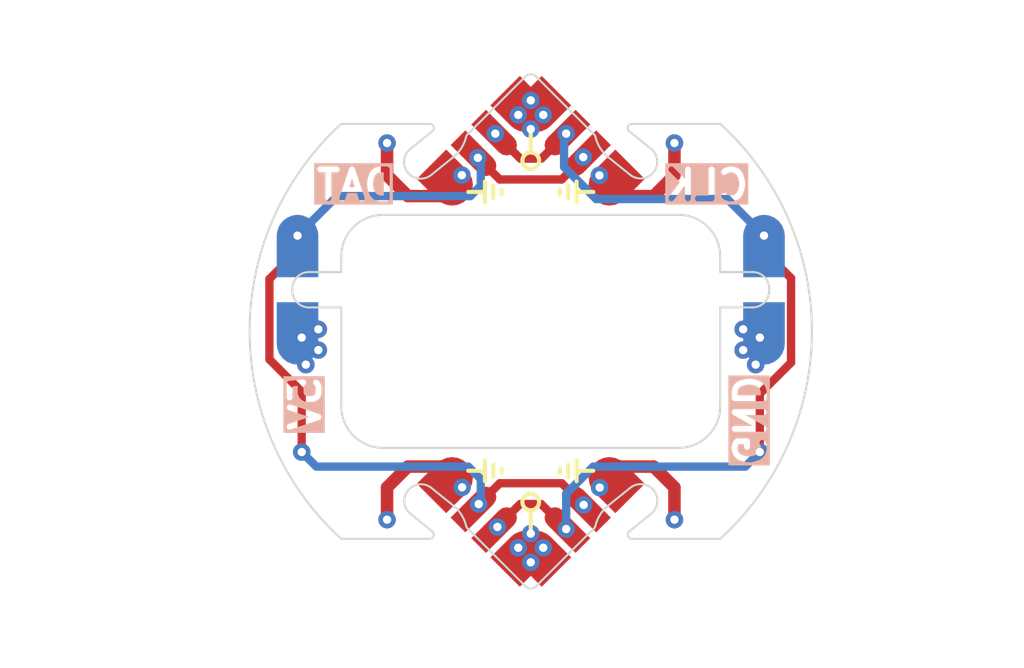
<source format=kicad_pcb>
(kicad_pcb (version 20241229) (generator "pcbnew") (generator_version "9.0")
  (layers (0 "F.Cu" signal) (4 "In1.Cu" signal) (6 "In2.Cu" signal) (2 "B.Cu" signal) (13 "F.Paste" user) (15 "B.Paste" user) (5 "F.SilkS" user "F.Silkscreen") (7 "B.SilkS" user "B.Silkscreen") (1 "F.Mask" user) (3 "B.Mask" user) (25 "Edge.Cuts" user))
  (net 0 "")
  (net 1 "+5V")
  (net 2 "/LED_CLK")
  (net 3 "/LED_DAT")
  (net 4 "GND")
  (footprint "custom:quad_b2b_pad" (layer "F.Cu") (at 150.5 94.7 -45)
    (property "Reference" "J5" (hide yes))
    (property "Value" "LED1")
    (pad "1" smd roundrect (at -1.249999 -0.7 45) (size 1.2 1) (drill (offset -0.1 0)) (layers "F.Cu" "F.Mask" "F.Paste") (roundrect_rratio 0.5) (chamfer_ratio 0) (chamfer top_left bottom_left) (net 4 "GND"))
    (pad "2" smd roundrect (at -0.35 -0.7 45) (size 1.2 0.5) (drill (offset -0.1 0)) (layers "F.Cu" "F.Mask" "F.Paste") (roundrect_rratio 0.5) (chamfer_ratio 0) (chamfer top_left bottom_left) (net 3 "/LED_DAT"))
    (pad "3" smd roundrect (at 0.349999 -0.7 45) (size 1.2 0.5) (drill (offset -0.1 0)) (layers "F.Cu" "F.Mask" "F.Paste") (roundrect_rratio 0.5) (chamfer_ratio 0) (chamfer top_left bottom_left) (net 2 "/LED_CLK"))
    (pad "4" smd roundrect (at 1.25 -0.700001 45) (size 1.2 1) (drill (offset -0.1 0)) (layers "F.Cu" "F.Mask" "F.Paste") (roundrect_rratio 0.5) (chamfer_ratio 0) (chamfer top_left bottom_left) (net 1 "+5V"))
  )
  (footprint "custom:quad_b2b_pad" (layer "F.Cu") (at 153.5 84.9 135)
    (property "Reference" "J7" (hide yes))
    (property "Value" "LED3")
    (pad "1" smd roundrect (at -1.249999 -0.7 225) (size 1.2 1) (drill (offset -0.1 0)) (layers "F.Cu" "F.Mask" "F.Paste") (roundrect_rratio 0.5) (chamfer_ratio 0) (chamfer top_left bottom_left) (net 4 "GND"))
    (pad "2" smd roundrect (at -0.35 -0.7 225) (size 1.2 0.5) (drill (offset -0.1 0)) (layers "F.Cu" "F.Mask" "F.Paste") (roundrect_rratio 0.5) (chamfer_ratio 0) (chamfer top_left bottom_left) (net 3 "/LED_DAT"))
    (pad "3" smd roundrect (at 0.349999 -0.7 225) (size 1.2 0.5) (drill (offset -0.1 0)) (layers "F.Cu" "F.Mask" "F.Paste") (roundrect_rratio 0.5) (chamfer_ratio 0) (chamfer top_left bottom_left) (net 2 "/LED_CLK"))
    (pad "4" smd roundrect (at 1.25 -0.700001 225) (size 1.2 1) (drill (offset -0.1 0)) (layers "F.Cu" "F.Mask" "F.Paste") (roundrect_rratio 0.5) (chamfer_ratio 0) (chamfer top_left bottom_left) (net 1 "+5V"))
  )
  (footprint "custom:quad_b2b_pad" (layer "F.Cu") (at 153.5 94.7 45)
    (property "Reference" "J6" (hide yes))
    (property "Value" "LED2")
    (pad "1" smd roundrect (at -1.25 -0.700001 135) (size 1.2 1) (drill (offset -0.1 0)) (layers "F.Cu" "F.Mask" "F.Paste") (roundrect_rratio 0.5) (chamfer_ratio 0) (chamfer top_left bottom_left) (net 1 "+5V"))
    (pad "2" smd roundrect (at -0.349999 -0.7 135) (size 1.2 0.5) (drill (offset -0.1 0)) (layers "F.Cu" "F.Mask" "F.Paste") (roundrect_rratio 0.5) (chamfer_ratio 0) (chamfer top_left bottom_left) (net 2 "/LED_CLK"))
    (pad "3" smd roundrect (at 0.35 -0.7 135) (size 1.2 0.5) (drill (offset -0.1 0)) (layers "F.Cu" "F.Mask" "F.Paste") (roundrect_rratio 0.5) (chamfer_ratio 0) (chamfer top_left bottom_left) (net 3 "/LED_DAT"))
    (pad "4" smd roundrect (at 1.249999 -0.7 135) (size 1.2 1) (drill (offset -0.1 0)) (layers "F.Cu" "F.Mask" "F.Paste") (roundrect_rratio 0.5) (chamfer_ratio 0) (chamfer top_left bottom_left) (net 4 "GND"))
  )
  (footprint "custom:quad_b2b_pad" (layer "F.Cu") (at 150.5 84.9 -135)
    (property "Reference" "J8" (hide yes))
    (property "Value" "LED4")
    (pad "1" smd roundrect (at -1.25 -0.700001 315) (size 1.2 1) (drill (offset -0.1 0)) (layers "F.Cu" "F.Mask" "F.Paste") (roundrect_rratio 0.5) (chamfer_ratio 0) (chamfer top_left bottom_left) (net 1 "+5V"))
    (pad "2" smd roundrect (at -0.349999 -0.7 315) (size 1.2 0.5) (drill (offset -0.1 0)) (layers "F.Cu" "F.Mask" "F.Paste") (roundrect_rratio 0.5) (chamfer_ratio 0) (chamfer top_left bottom_left) (net 2 "/LED_CLK"))
    (pad "3" smd roundrect (at 0.35 -0.7 315) (size 1.2 0.5) (drill (offset -0.1 0)) (layers "F.Cu" "F.Mask" "F.Paste") (roundrect_rratio 0.5) (chamfer_ratio 0) (chamfer top_left bottom_left) (net 3 "/LED_DAT"))
    (pad "4" smd roundrect (at 1.249999 -0.7 315) (size 1.2 1) (drill (offset -0.1 0)) (layers "F.Cu" "F.Mask" "F.Paste") (roundrect_rratio 0.5) (chamfer_ratio 0) (chamfer top_left bottom_left) (net 4 "GND"))
  )
  (footprint "custom:single_b2b_pad" (layer "B.Cu") (at 146.4 89.1)
    (property "Reference" "J1" (hide yes))
    (property "Value" "Conn_01x01_Pin")
    (pad "1" smd roundrect (at 0 1 270) (size 1.5 1) (drill (offset -0.25 0)) (layers "B.Cu" "B.Mask" "B.Paste") (roundrect_rratio 0.5) (chamfer_ratio 0) (chamfer top_left bottom_left) (net 1 "+5V"))
  )
  (footprint "custom:single_b2b_pad" (layer "B.Cu") (at 157.6 88.5 180)
    (property "Reference" "J2" (hide yes))
    (property "Value" "Conn_01x01_Pin")
    (pad "1" smd roundrect (at 0 1 90) (size 1.5 1) (drill (offset -0.25 0)) (layers "B.Cu" "B.Mask" "B.Paste") (roundrect_rratio 0.5) (chamfer_ratio 0) (chamfer top_left bottom_left) (net 2 "/LED_CLK"))
  )
  (footprint "custom:single_b2b_pad" (layer "B.Cu") (at 157.6 89.1)
    (property "Reference" "J4" (hide yes))
    (property "Value" "Conn_01x01_Pin")
    (pad "1" smd roundrect (at 0 1 270) (size 1.5 1) (drill (offset -0.25 0)) (layers "B.Cu" "B.Mask" "B.Paste") (roundrect_rratio 0.5) (chamfer_ratio 0) (chamfer top_left bottom_left) (net 4 "GND"))
  )
  (footprint "custom:single_b2b_pad" (layer "B.Cu") (at 146.4 88.5 180)
    (property "Reference" "J3" (hide yes))
    (property "Value" "Conn_01x01_Pin")
    (pad "1" smd roundrect (at 0 1 90) (size 1.5 1) (drill (offset -0.25 0)) (layers "B.Cu" "B.Mask" "B.Paste") (roundrect_rratio 0.5) (chamfer_ratio 0) (chamfer top_left bottom_left) (net 3 "/LED_DAT"))
  )
  (gr_circle (center 152 85.7) (end 152 85.5) (stroke (width 0.1)) (fill no) (layer "F.SilkS"))
  (gr_line (start 152 85) (end 152 85.5) (stroke (width 0.1)) (layer "F.SilkS"))
  (gr_line (start 151.1 86.6) (end 151.1 86.3) (stroke (width 0.1)) (layer "F.SilkS"))
  (gr_line (start 152.9 86.3) (end 152.9 86.6) (stroke (width 0.1)) (layer "F.SilkS"))
  (gr_circle (center 152 93.9) (end 152 94.1) (stroke (width 0.1)) (fill no) (layer "F.SilkS"))
  (gr_line (start 153.1 86.5) (end 153.1 86.3) (stroke (width 0.1)) (layer "F.SilkS"))
  (gr_line (start 153.5 86.45) (end 153.1 86.45) (stroke (width 0.1)) (layer "F.SilkS"))
  (gr_line (start 153.1 86.2) (end 153.1 86.7) (stroke (width 0.1)) (layer "F.SilkS"))
  (gr_line (start 153.5 93.15) (end 153.1 93.15) (stroke (width 0.1)) (layer "F.SilkS"))
  (gr_line (start 152.7 93.1) (end 152.7 93.2) (stroke (width 0.1)) (layer "F.SilkS"))
  (gr_line (start 152 94.6) (end 152 94.1) (stroke (width 0.1)) (layer "F.SilkS"))
  (gr_line (start 152.7 86.4) (end 152.7 86.5) (stroke (width 0.1)) (layer "F.SilkS"))
  (gr_line (start 151.1 93.3) (end 151.1 93) (stroke (width 0.1)) (layer "F.SilkS"))
  (gr_line (start 150.5 93.15) (end 150.9 93.15) (stroke (width 0.1)) (layer "F.SilkS"))
  (gr_line (start 150.9 93.4) (end 150.9 92.9) (stroke (width 0.1)) (layer "F.SilkS"))
  (gr_line (start 150.5 86.45) (end 150.9 86.45) (stroke (width 0.1)) (layer "F.SilkS"))
  (gr_line (start 152.9 93) (end 152.9 93.3) (stroke (width 0.1)) (layer "F.SilkS"))
  (gr_line (start 153.1 92.9) (end 153.1 93.4) (stroke (width 0.1)) (layer "F.SilkS"))
  (gr_line (start 150.9 86.7) (end 150.9 86.2) (stroke (width 0.1)) (layer "F.SilkS"))
  (gr_line (start 151.3 86.5) (end 151.3 86.4) (stroke (width 0.1)) (layer "F.SilkS"))
  (gr_line (start 151.3 93.2) (end 151.3 93.1) (stroke (width 0.1)) (layer "F.SilkS"))
  (gr_line (start 157.325011 89.225) (end 156.55001 89.225) (stroke (width 0.05)) (layer "Edge.Cuts"))
  (gr_line (start 156.55001 88.375) (end 156.55001 87.999999) (stroke (width 0.05)) (layer "Edge.Cuts"))
  (gr_line (start 146.27501 88.825) (end 146.27501 88.775) (stroke (width 0.05)) (layer "Edge.Cuts"))
  (gr_arc (start 146.27501 88.775) (mid 146.392167 88.492157) (end 146.67501 88.375) (stroke (width 0.05)) (layer "Edge.Cuts"))
  (gr_line (start 156.55001 89.225) (end 156.55001 91.600001) (stroke (width 0.05)) (layer "Edge.Cuts"))
  (gr_arc (start 149.57261 84.815076) (mid 149.665011 84.876809) (end 149.626592 84.999305) (stroke (width 0.05)) (layer "Edge.Cuts"))
  (gr_arc (start 156.55001 91.600001) (mid 156.257117 92.307107) (end 155.550011 92.6) (stroke (width 0.05)) (layer "Edge.Cuts"))
  (gr_arc (start 152.123756 95.927905) (mid 152.00001 95.979163) (end 151.876265 95.927906) (stroke (width 0.05)) (layer "Edge.Cuts"))
  (gr_line (start 149.57261 84.815076) (end 147.448855 84.815076) (stroke (width 0.05)) (layer "Edge.Cuts"))
  (gr_arc (start 150.13745 93.98423) (mid 150.334452 94.205741) (end 150.448803 94.47923) (stroke (width 0.05)) (layer "Edge.Cuts"))
  (gr_line (start 153.524573 85.072912) (end 152.123755 83.672094) (stroke (width 0.05)) (layer "Edge.Cuts"))
  (gr_line (start 155.550011 92.6) (end 148.45001 92.6) (stroke (width 0.05)) (layer "Edge.Cuts"))
  (gr_line (start 151.876264 83.672095) (end 150.475434 85.072925) (stroke (width 0.05)) (layer "Edge.Cuts"))
  (gr_arc (start 148.45001 92.6) (mid 147.742903 92.307107) (end 147.45001 91.6) (stroke (width 0.05)) (layer "Edge.Cuts"))
  (gr_line (start 150.475434 94.527075) (end 151.876265 95.927906) (stroke (width 0.05)) (layer "Edge.Cuts"))
  (gr_line (start 154.373147 94.600922) (end 154.891103 94.182681) (stroke (width 0.05)) (layer "Edge.Cuts"))
  (gr_line (start 154.38877 86.039944) (end 153.862569 85.615769) (stroke (width 0.05)) (layer "Edge.Cuts"))
  (gr_arc (start 150.448803 85.12077) (mid 150.458782 85.094982) (end 150.475434 85.072925) (stroke (width 0.05)) (layer "Edge.Cuts"))
  (gr_arc (start 154.891102 85.417318) (mid 154.951224 85.979563) (end 154.38877 86.039944) (stroke (width 0.05)) (layer "Edge.Cuts"))
  (gr_arc (start 156.551165 84.815076) (mid 158.75001 89.8) (end 156.551165 94.784924) (stroke (width 0.05)) (layer "Edge.Cuts"))
  (gr_line (start 147.45001 88.375) (end 147.45001 88) (stroke (width 0.05)) (layer "Edge.Cuts"))
  (gr_arc (start 149.611261 86.039935) (mid 149.048793 85.979566) (end 149.10421 85.421121) (stroke (width 0.05)) (layer "Edge.Cuts"))
  (gr_arc (start 155.550011 87) (mid 156.257117 87.292893) (end 156.55001 87.999999) (stroke (width 0.05)) (layer "Edge.Cuts"))
  (gr_line (start 155.550011 87) (end 148.45001 87) (stroke (width 0.05)) (layer "Edge.Cuts"))
  (gr_arc (start 154.373161 84.99909) (mid 154.335008 84.876807) (end 154.427395 84.815076) (stroke (width 0.05)) (layer "Edge.Cuts"))
  (gr_line (start 157.325011 88.375) (end 156.55001 88.375) (stroke (width 0.05)) (layer "Edge.Cuts"))
  (gr_arc (start 154.388772 93.560056) (mid 154.951225 93.620436) (end 154.891103 94.182681) (stroke (width 0.05)) (layer "Edge.Cuts"))
  (gr_line (start 147.45001 89.225) (end 146.67501 89.225) (stroke (width 0.05)) (layer "Edge.Cuts"))
  (gr_line (start 147.45001 88.375) (end 146.67501 88.375) (stroke (width 0.05)) (layer "Edge.Cuts"))
  (gr_line (start 154.388771 93.560055) (end 153.862569 93.984231) (stroke (width 0.05)) (layer "Edge.Cuts"))
  (gr_line (start 149.611261 86.039935) (end 150.137451 85.615769) (stroke (width 0.05)) (layer "Edge.Cuts"))
  (gr_arc (start 151.876264 83.672095) (mid 152.00001 83.620837) (end 152.123755 83.672094) (stroke (width 0.05)) (layer "Edge.Cuts"))
  (gr_line (start 147.45001 89.225) (end 147.45001 91.6) (stroke (width 0.05)) (layer "Edge.Cuts"))
  (gr_arc (start 149.626816 94.600876) (mid 149.664988 94.723171) (end 149.57261 94.784891) (stroke (width 0.05)) (layer "Edge.Cuts"))
  (gr_line (start 152.123756 95.927905) (end 153.524574 94.527087) (stroke (width 0.05)) (layer "Edge.Cuts"))
  (gr_arc (start 154.427394 94.784924) (mid 154.335008 94.723193) (end 154.373147 94.600922) (stroke (width 0.05)) (layer "Edge.Cuts"))
  (gr_arc (start 153.551217 94.47923) (mid 153.541236 94.505018) (end 153.524573 94.527086) (stroke (width 0.05)) (layer "Edge.Cuts"))
  (gr_arc (start 157.325011 88.375) (mid 157.607853 88.492157) (end 157.72501 88.774999) (stroke (width 0.05)) (layer "Edge.Cuts"))
  (gr_line (start 147.448855 94.784924) (end 149.57261 94.784924) (stroke (width 0.05)) (layer "Edge.Cuts"))
  (gr_arc (start 153.551217 94.47923) (mid 153.665568 94.205741) (end 153.862569 93.984231) (stroke (width 0.05)) (layer "Edge.Cuts"))
  (gr_line (start 149.611278 93.560079) (end 150.13745 93.98423) (stroke (width 0.05)) (layer "Edge.Cuts"))
  (gr_arc (start 149.108946 94.182704) (mid 149.04881 93.620478) (end 149.611278 93.560079) (stroke (width 0.05)) (layer "Edge.Cuts"))
  (gr_line (start 154.427394 94.784924) (end 156.551165 94.784924) (stroke (width 0.05)) (layer "Edge.Cuts"))
  (gr_line (start 154.373161 84.99909) (end 154.891102 85.417318) (stroke (width 0.05)) (layer "Edge.Cuts"))
  (gr_arc (start 147.448855 94.784924) (mid 145.25001 89.8) (end 147.448855 84.815076) (stroke (width 0.05)) (layer "Edge.Cuts"))
  (gr_arc (start 147.45001 88) (mid 147.742903 87.292893) (end 148.45001 87) (stroke (width 0.05)) (layer "Edge.Cuts"))
  (gr_arc (start 146.67501 89.225) (mid 146.392167 89.107843) (end 146.27501 88.825) (stroke (width 0.05)) (layer "Edge.Cuts"))
  (gr_line (start 149.626592 84.999305) (end 149.10421 85.421121) (stroke (width 0.05)) (layer "Edge.Cuts"))
  (gr_arc (start 153.862569 85.615769) (mid 153.665568 85.394259) (end 153.551217 85.12077) (stroke (width 0.05)) (layer "Edge.Cuts"))
  (gr_arc (start 153.524573 85.072912) (mid 153.541236 85.094982) (end 153.551217 85.12077) (stroke (width 0.05)) (layer "Edge.Cuts"))
  (gr_line (start 157.72501 88.825) (end 157.72501 88.774999) (stroke (width 0.05)) (layer "Edge.Cuts"))
  (gr_arc (start 150.475434 94.527075) (mid 150.458781 94.505019) (end 150.448803 94.47923) (stroke (width 0.05)) (layer "Edge.Cuts"))
  (gr_arc (start 157.72501 88.825) (mid 157.607853 89.107843) (end 157.325011 89.225) (stroke (width 0.05)) (layer "Edge.Cuts"))
  (gr_line (start 149.626816 94.600876) (end 149.108946 94.182704) (stroke (width 0.05)) (layer "Edge.Cuts"))
  (gr_line (start 156.551165 84.815076) (end 154.427395 84.815076) (stroke (width 0.05)) (layer "Edge.Cuts"))
  (gr_arc (start 150.448803 85.12077) (mid 150.334453 85.394259) (end 150.137451 85.615769) (stroke (width 0.05)) (layer "Edge.Cuts"))
  (gr_text "DAT" (at 148.8 86.7 0) (layer "B.SilkS" knockout) (effects (font (size 0.7 0.7) (thickness 0.14) (bold yes)) (justify left bottom mirror)))
  (gr_text "CLK" (at 157.3 86.7 0) (layer "B.SilkS" knockout) (effects (font (size 0.7 0.7) (thickness 0.14) (bold yes)) (justify left bottom mirror)))
  (gr_text "5V" (at 147 90.8 90) (layer "B.SilkS" knockout) (effects (font (size 0.7 0.7) (thickness 0.14) (bold yes)) (justify left bottom mirror)))
  (gr_text "GND" (at 156.8 93.1 270) (layer "B.SilkS" knockout) (effects (font (size 0.7 0.7) (thickness 0.14) (bold yes)) (justify left bottom mirror)))
  (via (at 152 94.660006) (size 0.42) (drill 0.2) (layers "F.Cu" "B.Cu") (net 1))
  (via (at 146.5 89.95) (size 0.42) (drill 0.2) (layers "F.Cu" "B.Cu") (net 1))
  (via (at 151.7 84.6) (size 0.42) (drill 0.2) (layers "F.Cu" "B.Cu") (net 1))
  (via (at 152 84.25) (size 0.42) (drill 0.2) (layers "F.Cu" "B.Cu") (net 1))
  (via (at 146.6 90.6) (size 0.42) (drill 0.2) (layers "F.Cu" "B.Cu") (net 1))
  (via (at 152.3 84.6) (size 0.42) (drill 0.2) (layers "F.Cu" "B.Cu") (net 1))
  (via (at 146.9 90.25) (size 0.42) (drill 0.2) (layers "F.Cu" "B.Cu") (net 1))
  (via (at 146.9 89.75) (size 0.42) (drill 0.2) (layers "F.Cu" "B.Cu") (net 1))
  (via (at 152.3 95) (size 0.42) (drill 0.2) (layers "F.Cu" "B.Cu") (net 1))
  (via (at 152 95.35) (size 0.42) (drill 0.2) (layers "F.Cu" "B.Cu") (net 1))
  (via (at 151.7 95) (size 0.42) (drill 0.2) (layers "F.Cu" "B.Cu") (net 1))
  (via (at 152 84.939994) (size 0.42) (drill 0.2) (layers "F.Cu" "B.Cu") (net 1))
  (segment (start 157.862007 88.133993) (end 158.25 88.521986) (width 0.2) (layer "F.Cu") (net 2))
  (segment (start 152.757538 94.452512) (end 152.757538 94.499419) (width 0.11) (layer "F.Cu") (net 2))
  (segment (start 151.750004 85.65) (end 152.255026 85.65) (width 0.2) (layer "F.Cu") (net 2))
  (segment (start 151.2 94.5) (end 151.242462 94.457538) (width 0.11) (layer "F.Cu") (net 2))
  (segment (start 158.25 90.55) (end 157.5 91.3) (width 0.2) (layer "F.Cu") (net 2))
  (segment (start 152.249996 93.95) (end 151.744974 93.95) (width 0.2) (layer "F.Cu") (net 2))
  (segment (start 151.242462 94.457538) (end 151.242462 94.452512) (width 0.11) (layer "F.Cu") (net 2))
  (segment (start 152.850549 94.550553) (end 152.249996 93.95) (width 0.2) (layer "F.Cu") (net 2))
  (segment (start 157.5 91.3) (end 157.5 92.699376) (width 0.2) (layer "F.Cu") (net 2))
  (segment (start 151.149451 85.049447) (end 151.750004 85.65) (width 0.2) (layer "F.Cu") (net 2))
  (segment (start 158.25 88.521986) (end 158.25 90.55) (width 0.2) (layer "F.Cu") (net 2))
  (segment (start 157.862007 87.762007) (end 157.862007 88.133993) (width 0.2) (layer "F.Cu") (net 2))
  (segment (start 151.242462 85.147488) (end 151.242462 85.100581) (width 0.11) (layer "F.Cu") (net 2))
  (segment (start 152.255026 85.65) (end 152.757538 85.147488) (width 0.2) (layer "F.Cu") (net 2))
  (segment (start 152.757538 94.457542) (end 152.850549 94.550553) (width 0.11) (layer "F.Cu") (net 2))
  (segment (start 151.242462 85.100581) (end 151.261207 85.081836) (width 0.11) (layer "F.Cu") (net 2))
  (segment (start 152.757538 85.142462) (end 152.850561 85.049439) (width 0.11) (layer "F.Cu") (net 2))
  (segment (start 151.242462 85.147488) (end 151.242462 85.142458) (width 0.11) (layer "F.Cu") (net 2))
  (segment (start 152.757538 94.452512) (end 152.757538 94.457542) (width 0.11) (layer "F.Cu") (net 2))
  (segment (start 151.242462 85.142458) (end 151.149451 85.049447) (width 0.11) (layer "F.Cu") (net 2))
  (segment (start 151.744974 93.95) (end 151.242462 94.452512) (width 0.2) (layer "F.Cu") (net 2))
  (segment (start 152.757538 85.147488) (end 152.757538 85.142462) (width 0.11) (layer "F.Cu") (net 2))
  (segment (start 152.757538 94.499419) (end 152.738793 94.518164) (width 0.11) (layer "F.Cu") (net 2))
  (segment (start 157.6 87.5) (end 157.862007 87.762007) (width 0.2) (layer "F.Cu") (net 2))
  (segment (start 157.5 92.699376) (end 157.499688 92.699688) (width 0.2) (layer "F.Cu") (net 2))
  (via (at 151.2 94.5) (size 0.42) (drill 0.2) (layers "F.Cu" "B.Cu") (net 2))
  (via (at 157.6 87.5) (size 0.42) (drill 0.2) (layers "F.Cu" "B.Cu") (net 2))
  (via (at 151.149451 85.049447) (size 0.42) (drill 0.2) (layers "F.Cu" "B.Cu") (net 2))
  (via (at 157.5 92.7) (size 0.42) (drill 0.2) (layers "F.Cu" "B.Cu") (net 2))
  (via (at 152.850549 94.550553) (size 0.42) (drill 0.2) (layers "F.Cu" "B.Cu") (net 2))
  (via (at 152.850561 85.049439) (size 0.42) (drill 0.2) (layers "F.Cu" "B.Cu") (net 2))
  (segment (start 156.721271 86.621271) (end 153.571271 86.621271) (width 0.2) (layer "B.Cu") (net 2))
  (segment (start 153.5 93.05) (end 152.850549 93.699451) (width 0.2) (layer "B.Cu") (net 2))
  (segment (start 157.5 92.7) (end 157.15 93.05) (width 0.2) (layer "B.Cu") (net 2))
  (segment (start 152.8 85.1) (end 152.850561 85.049439) (width 0.2) (layer "B.Cu") (net 2))
  (segment (start 152.850549 93.699451) (end 152.850549 94.550553) (width 0.2) (layer "B.Cu") (net 2))
  (segment (start 157.15 93.05) (end 153.5 93.05) (width 0.2) (layer "B.Cu") (net 2))
  (segment (start 157.6 87.5) (end 156.721271 86.621271) (width 0.2) (layer "B.Cu") (net 2))
  (segment (start 152.8 85.85) (end 152.8 85.1) (width 0.2) (layer "B.Cu") (net 2))
  (segment (start 153.571271 86.621271) (end 152.8 85.85) (width 0.2) (layer "B.Cu") (net 2))
  (segment (start 145.725 88.542162) (end 145.725 90.475) (width 0.2) (layer "F.Cu") (net 3))
  (segment (start 153.188745 93.981933) (end 153.21314 93.957538) (width 0.11) (layer "F.Cu") (net 3))
  (segment (start 153.252513 85.621359) (end 153.260414 85.613458) (width 0.11) (layer "F.Cu") (net 3))
  (segment (start 146.4 87.5) (end 146.137993 87.762007) (width 0.2) (layer "F.Cu") (net 3))
  (segment (start 150.741949 85.642462) (end 150.729536 85.630049) (width 0.11) (layer "F.Cu") (net 3))
  (segment (start 153.252513 93.957538) (end 152.744975 93.45) (width 0.2) (layer "F.Cu") (net 3))
  (segment (start 146.137993 87.762007) (end 146.137993 88.129169) (width 0.2) (layer "F.Cu") (net 3))
  (segment (start 150.78686 85.642462) (end 150.747487 85.642462) (width 0.11) (layer "F.Cu") (net 3))
  (segment (start 150.747487 93.957538) (end 150.747487 93.978641) (width 0.11) (layer "F.Cu") (net 3))
  (segment (start 153.21314 93.957538) (end 153.252513 93.957538) (width 0.11) (layer "F.Cu") (net 3))
  (segment (start 146.137993 88.129169) (end 145.725 88.542162) (width 0.2) (layer "F.Cu") (net 3))
  (segment (start 145.725 90.475) (end 146.5 91.25) (width 0.2) (layer "F.Cu") (net 3))
  (segment (start 150.747487 85.642462) (end 150.741949 85.642462) (width 0.11) (layer "F.Cu") (net 3))
  (segment (start 153.258051 93.957538) (end 153.270464 93.969951) (width 0.11) (layer "F.Cu") (net 3))
  (segment (start 150.747487 93.978641) (end 150.739586 93.986542) (width 0.11) (layer "F.Cu") (net 3))
  (segment (start 153.252513 93.957538) (end 153.258051 93.957538) (width 0.11) (layer "F.Cu") (net 3))
  (segment (start 152.744975 93.45) (end 151.255025 93.45) (width 0.2) (layer "F.Cu") (net 3))
  (segment (start 153.252513 85.642462) (end 153.252513 85.621359) (width 0.11) (layer "F.Cu") (net 3))
  (segment (start 146.5 91.25) (end 146.5 92.7) (width 0.2) (layer "F.Cu") (net 3))
  (segment (start 150.747487 85.642462) (end 151.255025 86.15) (width 0.2) (layer "F.Cu") (net 3))
  (segment (start 151.255025 93.45) (end 150.747487 93.957538) (width 0.2) (layer "F.Cu") (net 3))
  (segment (start 152.744975 86.15) (end 153.252513 85.642462) (width 0.2) (layer "F.Cu") (net 3))
  (segment (start 151.255025 86.15) (end 152.744975 86.15) (width 0.2) (layer "F.Cu") (net 3))
  (segment (start 150.811255 85.618067) (end 150.78686 85.642462) (width 0.11) (layer "F.Cu") (net 3))
  (via (at 153.260414 85.613458) (size 0.42) (drill 0.2) (layers "F.Cu" "B.Cu") (net 3))
  (via (at 146.5 92.7) (size 0.42) (drill 0.2) (layers "F.Cu" "B.Cu") (net 3))
  (via (at 150.729536 85.630049) (size 0.42) (drill 0.2) (layers "F.Cu" "B.Cu") (net 3))
  (via (at 146.4 87.5) (size 0.42) (drill 0.2) (layers "F.Cu" "B.Cu") (net 3))
  (via (at 153.270464 93.969951) (size 0.42) (drill 0.2) (layers "F.Cu" "B.Cu") (net 3))
  (via (at 150.75 93.95) (size 0.42) (drill 0.2) (layers "F.Cu" "B.Cu") (net 3))
  (segment (start 150.8 86.3) (end 150.8 85.700513) (width 0.2) (layer "B.Cu") (net 3))
  (segment (start 150.8 85.700513) (end 150.729536 85.630049) (width 0.2) (layer "B.Cu") (net 3))
  (segment (start 153.25 93.949487) (end 153.270464 93.969951) (width 0.11) (layer "B.Cu") (net 3))
  (segment (start 150.8 93.35) (end 150.8 93.926128) (width 0.2) (layer "B.Cu") (net 3))
  (segment (start 150.5 93.05) (end 150.8 93.35) (width 0.2) (layer "B.Cu") (net 3))
  (segment (start 146.5 92.7) (end 146.85 93.05) (width 0.2) (layer "B.Cu") (net 3))
  (segment (start 150.55 86.55) (end 150.8 86.3) (width 0.2) (layer "B.Cu") (net 3))
  (segment (start 146.4 87.5) (end 147.35 86.55) (width 0.2) (layer "B.Cu") (net 3))
  (segment (start 150.8 93.926128) (end 150.739586 93.986542) (width 0.2) (layer "B.Cu") (net 3))
  (segment (start 146.85 93.05) (end 150.5 93.05) (width 0.2) (layer "B.Cu") (net 3))
  (segment (start 147.35 86.55) (end 150.55 86.55) (width 0.2) (layer "B.Cu") (net 3))
  (segment (start 154.95 86.55) (end 155.45 86.05) (width 0.3) (layer "F.Cu") (net 4))
  (segment (start 148.55 85.325076) (end 148.55 85.275076) (width 0.3) (layer "F.Cu") (net 4))
  (segment (start 149.05 93.05) (end 148.55 93.55) (width 0.3) (layer "F.Cu") (net 4))
  (segment (start 149.83995 93.05) (end 149.05 93.05) (width 0.3) (layer "F.Cu") (net 4))
  (segment (start 150.111092 86.278858) (end 149.83995 86.55) (width 0.3) (layer "F.Cu") (net 4))
  (segment (start 154.16005 86.55) (end 154.95 86.55) (width 0.3) (layer "F.Cu") (net 4))
  (segment (start 154.95 93.05) (end 155.45 93.55) (width 0.3) (layer "F.Cu") (net 4))
  (segment (start 155.45 94.274924) (end 155.45 94.324924) (width 0.3) (layer "F.Cu") (net 4))
  (segment (start 148.55 93.55) (end 148.55 94.324924) (width 0.3) (layer "F.Cu") (net 4))
  (segment (start 153.888908 86.278858) (end 154.16005 86.55) (width 0.3) (layer "F.Cu") (net 4))
  (segment (start 149.05 86.55) (end 148.55 86.05) (width 0.3) (layer "F.Cu") (net 4))
  (segment (start 155.45 93.55) (end 155.45 94.274924) (width 0.3) (layer "F.Cu") (net 4))
  (segment (start 148.55 86.05) (end 148.55 85.325076) (width 0.3) (layer "F.Cu") (net 4))
  (segment (start 149.83995 86.55) (end 149.05 86.55) (width 0.3) (layer "F.Cu") (net 4))
  (segment (start 153.888908 93.321142) (end 154.16005 93.05) (width 0.3) (layer "F.Cu") (net 4))
  (segment (start 150.111092 93.321142) (end 149.83995 93.05) (width 0.3) (layer "F.Cu") (net 4))
  (segment (start 154.16005 93.05) (end 154.95 93.05) (width 0.3) (layer "F.Cu") (net 4))
  (segment (start 155.45 86.05) (end 155.45 85.275076) (width 0.3) (layer "F.Cu") (net 4))
  (via (at 150.351355 93.547568) (size 0.42) (drill 0.2) (layers "F.Cu" "B.Cu") (net 4))
  (via (at 148.55 85.275076) (size 0.42) (drill 0.2) (layers "F.Cu" "B.Cu") (net 4))
  (via (at 150.34557 86.046648) (size 0.42) (drill 0.2) (layers "F.Cu" "B.Cu") (net 4))
  (via (at 157.5 89.95) (size 0.42) (drill 0.2) (layers "F.Cu" "B.Cu") (net 4))
  (via (at 153.65443 93.553352) (size 0.42) (drill 0.2) (layers "F.Cu" "B.Cu") (net 4))
  (via (at 157.1 89.75) (size 0.42) (drill 0.2) (layers "F.Cu" "B.Cu") (net 4))
  (via (at 148.55 94.324924) (size 0.42) (drill 0.2) (layers "F.Cu" "B.Cu") (net 4))
  (via (at 155.45 85.275076) (size 0.42) (drill 0.2) (layers "F.Cu" "B.Cu") (net 4))
  (via (at 155.45 94.324924) (size 0.42) (drill 0.2) (layers "F.Cu" "B.Cu") (net 4))
  (via (at 153.648645 86.052432) (size 0.42) (drill 0.2) (layers "F.Cu" "B.Cu") (net 4))
  (via (at 157.4 90.6) (size 0.42) (drill 0.2) (layers "F.Cu" "B.Cu") (net 4))
  (via (at 157.1 90.25) (size 0.42) (drill 0.2) (layers "F.Cu" "B.Cu") (net 4))
)
</source>
